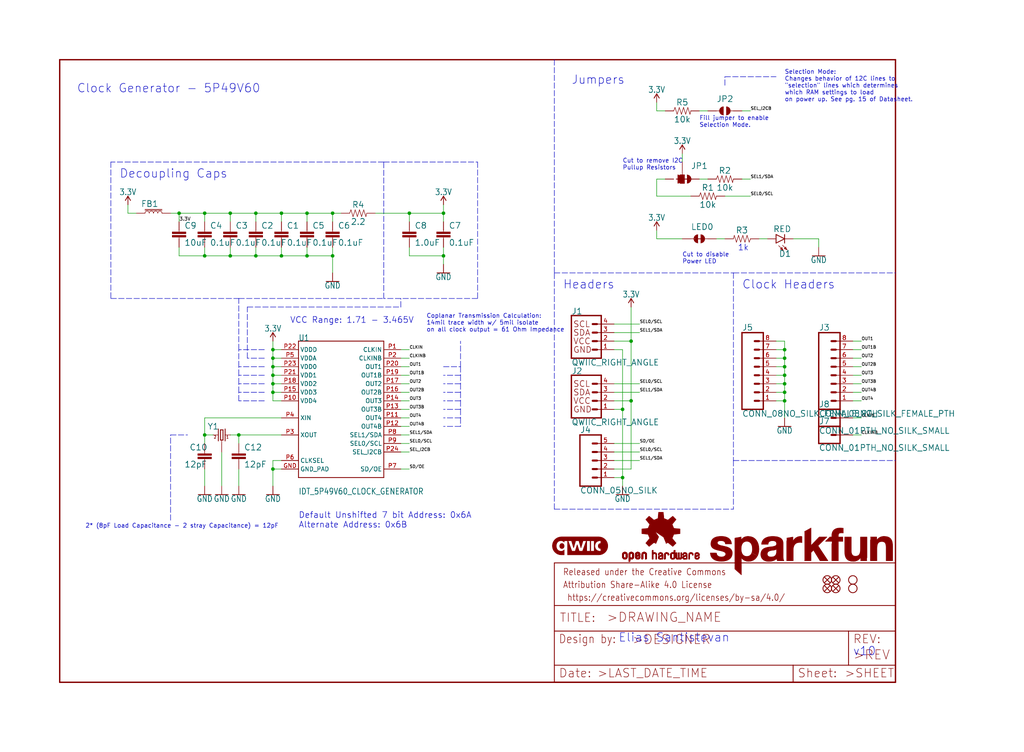
<source format=kicad_sch>
(kicad_sch (version 20211123) (generator eeschema)
  (paper "User" 304.978 223.926)
  (lib_symbols
    (symbol "eagleSchem-eagle-import:0.1UF-0402-16V-10%"
      (property "Reference" "C" (at 1.524 2.921 0))
      (property "Value" "0.1UF-0402-16V-10%" (at 1.524 -2.159 0))
      (symbol "0.1UF-0402-16V-10%_1_0"
        (pin passive line (at 0 5.08 270) (length 2.54) (name "1") (number "1"))
        (pin passive line (at 0 -2.54 90) (length 2.54) (name "2") (number "2"))
      )
    )
    (symbol "eagleSchem-eagle-import:1.0UF-0402-16V-10%"
      (property "Reference" "C" (at 1.524 2.921 0))
      (property "Value" "1.0UF-0402-16V-10%" (at 1.524 -2.159 0))
      (symbol "1.0UF-0402-16V-10%_1_0"
        (pin passive line (at 0 5.08 270) (length 2.54) (name "1") (number "1"))
        (pin passive line (at 0 -2.54 90) (length 2.54) (name "2") (number "2"))
      )
    )
    (symbol "eagleSchem-eagle-import:10KOHM-0402-1{slash}16W-1%"
      (property "Reference" "R" (at 0 1.524 0))
      (property "Value" "10KOHM-0402-1{slash}16W-1%" (at 0 -1.524 0))
      (symbol "10KOHM-0402-1{slash}16W-1%_1_0"
        (pin passive line (at -5.08 0 0) (length 2.54) (name "1") (number "1"))
        (pin passive line (at 5.08 0 180) (length 2.54) (name "2") (number "2"))
      )
    )
    (symbol "eagleSchem-eagle-import:10UF-0603-6.3V-20%"
      (property "Reference" "C" (at 1.524 2.921 0))
      (property "Value" "10UF-0603-6.3V-20%" (at 1.524 -2.159 0))
      (symbol "10UF-0603-6.3V-20%_1_0"
        (pin passive line (at 0 5.08 270) (length 2.54) (name "1") (number "1"))
        (pin passive line (at 0 -2.54 90) (length 2.54) (name "2") (number "2"))
      )
    )
    (symbol "eagleSchem-eagle-import:12PF-0402-50V-5%"
      (property "Reference" "C" (at 1.524 2.921 0))
      (property "Value" "12PF-0402-50V-5%" (at 1.524 -2.159 0))
      (symbol "12PF-0402-50V-5%_1_0"
        (pin passive line (at 0 5.08 270) (length 2.54) (name "1") (number "1"))
        (pin passive line (at 0 -2.54 90) (length 2.54) (name "2") (number "2"))
      )
    )
    (symbol "eagleSchem-eagle-import:1KOHM-0402-1{slash}16W-1%"
      (property "Reference" "R" (at 0 1.524 0))
      (property "Value" "1KOHM-0402-1{slash}16W-1%" (at 0 -1.524 0))
      (symbol "1KOHM-0402-1{slash}16W-1%_1_0"
        (pin passive line (at -5.08 0 0) (length 2.54) (name "1") (number "1"))
        (pin passive line (at 5.08 0 180) (length 2.54) (name "2") (number "2"))
      )
    )
    (symbol "eagleSchem-eagle-import:2.2OHM-0603-1{slash}10W-5%"
      (property "Reference" "R" (at 0 1.524 0))
      (property "Value" "2.2OHM-0603-1{slash}10W-5%" (at 0 -1.524 0))
      (symbol "2.2OHM-0603-1{slash}10W-5%_1_0"
        (pin passive line (at -5.08 0 0) (length 2.54) (name "1") (number "1"))
        (pin passive line (at 5.08 0 180) (length 2.54) (name "2") (number "2"))
      )
    )
    (symbol "eagleSchem-eagle-import:3.3V" (power)
      (property "Value" "3.3V" (at 0 2.794 0))
      (symbol "3.3V_1_0"
        (pin power_in line (at 0 0 90) (length 2.54) (name "3.3V") (number "1"))
      )
    )
    (symbol "eagleSchem-eagle-import:CONN_01PTH_NO_SILK_SMALL"
      (property "Reference" "J" (at -2.54 3.048 0))
      (property "Value" "CONN_01PTH_NO_SILK_SMALL" (at -2.54 -4.826 0))
      (symbol "CONN_01PTH_NO_SILK_SMALL_1_0"
        (pin passive line (at 7.62 0 180) (length 5.08) (name "1") (number "P$1"))
      )
    )
    (symbol "eagleSchem-eagle-import:CONN_05NO_SILK"
      (property "Reference" "J" (at -2.54 8.128 0))
      (property "Value" "CONN_05NO_SILK" (at -2.54 -9.906 0))
      (symbol "CONN_05NO_SILK_1_0"
        (pin passive line (at 7.62 -5.08 180) (length 5.08) (name "1") (number "1"))
        (pin passive line (at 7.62 -2.54 180) (length 5.08) (name "2") (number "2"))
        (pin passive line (at 7.62 0 180) (length 5.08) (name "3") (number "3"))
        (pin passive line (at 7.62 2.54 180) (length 5.08) (name "4") (number "4"))
        (pin passive line (at 7.62 5.08 180) (length 5.08) (name "5") (number "5"))
      )
    )
    (symbol "eagleSchem-eagle-import:CONN_08NO_SILK_FEMALE_PTH"
      (property "Reference" "J" (at -5.08 13.208 0))
      (property "Value" "CONN_08NO_SILK_FEMALE_PTH" (at -5.08 -12.446 0))
      (symbol "CONN_08NO_SILK_FEMALE_PTH_1_0"
        (pin passive line (at 5.08 -7.62 180) (length 5.08) (name "1") (number "1"))
        (pin passive line (at 5.08 -5.08 180) (length 5.08) (name "2") (number "2"))
        (pin passive line (at 5.08 -2.54 180) (length 5.08) (name "3") (number "3"))
        (pin passive line (at 5.08 0 180) (length 5.08) (name "4") (number "4"))
        (pin passive line (at 5.08 2.54 180) (length 5.08) (name "5") (number "5"))
        (pin passive line (at 5.08 5.08 180) (length 5.08) (name "6") (number "6"))
        (pin passive line (at 5.08 7.62 180) (length 5.08) (name "7") (number "7"))
        (pin passive line (at 5.08 10.16 180) (length 5.08) (name "8") (number "8"))
      )
    )
    (symbol "eagleSchem-eagle-import:CRYSTAL-16MHZ_SMALL"
      (property "Reference" "Y" (at -1.27 -1.524 0))
      (property "Value" "CRYSTAL-16MHZ_SMALL" (at 1.524 -1.524 0))
      (symbol "CRYSTAL-16MHZ_SMALL_1_0"
        (text "1" (at -2.159 -1.143 0) (effects (font (size 0.8636 0.734)) (justify left bottom)))
        (text "2" (at 1.524 -1.143 0) (effects (font (size 0.8636 0.734)) (justify left bottom)))
        (pin passive line (at -2.54 0 0) (length 0) (name "1") (number "P1"))
        (pin power_in line (at 0 -5.08 90) (length 2.54) (name "GND") (number "P2"))
        (pin passive line (at 2.54 0 180) (length 0) (name "2") (number "P3"))
        (pin power_in line (at 0 -5.08 90) (length 2.54) (name "GND") (number "P4"))
      )
    )
    (symbol "eagleSchem-eagle-import:FERRITE_BEAD-120_OHM-0402"
      (property "Reference" "FB" (at 1.27 2.54 0))
      (property "Value" "FERRITE_BEAD-120_OHM-0402" (at 1.27 -2.54 0))
      (symbol "FERRITE_BEAD-120_OHM-0402_1_0"
        (pin passive line (at 0 5.08 270) (length 2.54) (name "1") (number "1"))
        (pin passive line (at 0 -5.08 90) (length 2.54) (name "2") (number "2"))
      )
    )
    (symbol "eagleSchem-eagle-import:FIDUCIALUFIDUCIAL")
    (symbol "eagleSchem-eagle-import:FRAME-LETTER"
      (symbol "FRAME-LETTER_2_0"
        (text " https://creativecommons.org/licenses/by-sa/4.0/" (at 2.54 24.13 0) (effects (font (size 1.9304 1.6408)) (justify left bottom)))
        (text ">DESIGNER" (at 23.114 11.176 0) (effects (font (size 2.7432 2.7432)) (justify left bottom)))
        (text ">DRAWING_NAME" (at 15.494 17.78 0) (effects (font (size 2.7432 2.7432)) (justify left bottom)))
        (text ">LAST_DATE_TIME" (at 12.7 1.27 0) (effects (font (size 2.54 2.54)) (justify left bottom)))
        (text ">REV" (at 88.9 6.604 0) (effects (font (size 2.7432 2.7432)) (justify left bottom)))
        (text ">SHEET" (at 86.36 1.27 0) (effects (font (size 2.54 2.54)) (justify left bottom)))
        (text "Attribution Share-Alike 4.0 License" (at 2.54 27.94 0) (effects (font (size 1.9304 1.6408)) (justify left bottom)))
        (text "Date:" (at 1.27 1.27 0) (effects (font (size 2.54 2.54)) (justify left bottom)))
        (text "Design by:" (at 1.27 11.43 0) (effects (font (size 2.54 2.159)) (justify left bottom)))
        (text "Released under the Creative Commons" (at 2.54 31.75 0) (effects (font (size 1.9304 1.6408)) (justify left bottom)))
        (text "REV:" (at 88.9 11.43 0) (effects (font (size 2.54 2.54)) (justify left bottom)))
        (text "Sheet:" (at 72.39 1.27 0) (effects (font (size 2.54 2.54)) (justify left bottom)))
        (text "TITLE:" (at 1.524 17.78 0) (effects (font (size 2.54 2.54)) (justify left bottom)))
      )
    )
    (symbol "eagleSchem-eagle-import:GND" (power)
      (property "Value" "GND" (at 0 -0.254 0))
      (symbol "GND_1_0"
        (pin power_in line (at 0 2.54 270) (length 2.54) (name "GND") (number "1"))
      )
    )
    (symbol "eagleSchem-eagle-import:IDT_5P49V60_CLOCK_GENERATOR"
      (property "Reference" "U" (at -12.7 22.86 0))
      (property "Value" "IDT_5P49V60_CLOCK_GENERATOR" (at -12.7 -25.4 0))
      (symbol "IDT_5P49V60_CLOCK_GENERATOR_1_0"
        (pin power_in line (at -17.78 -17.78 0) (length 5.08) (name "GND_PAD") (number "GND"))
        (pin bidirectional line (at 17.78 17.78 180) (length 5.08) (name "CLKIN") (number "P1"))
        (pin power_in line (at -17.78 2.54 0) (length 5.08) (name "VDD4") (number "P10"))
        (pin bidirectional line (at 17.78 -2.54 180) (length 5.08) (name "OUT4") (number "P11"))
        (pin bidirectional line (at 17.78 -5.08 180) (length 5.08) (name "OUT4B") (number "P12"))
        (pin bidirectional line (at 17.78 0 180) (length 5.08) (name "OUT3B") (number "P13"))
        (pin bidirectional line (at 17.78 2.54 180) (length 5.08) (name "OUT3") (number "P14"))
        (pin power_in line (at -17.78 5.08 0) (length 5.08) (name "VDD3") (number "P15"))
        (pin bidirectional line (at 17.78 5.08 180) (length 5.08) (name "OUT2B") (number "P16"))
        (pin bidirectional line (at 17.78 7.62 180) (length 5.08) (name "OUT2") (number "P17"))
        (pin power_in line (at -17.78 7.62 0) (length 5.08) (name "VDD2") (number "P18"))
        (pin bidirectional line (at 17.78 10.16 180) (length 5.08) (name "OUT1B") (number "P19"))
        (pin power_in line (at 17.78 15.24 180) (length 5.08) (name "CLKINB") (number "P2"))
        (pin bidirectional line (at 17.78 12.7 180) (length 5.08) (name "OUT1") (number "P20"))
        (pin power_in line (at -17.78 10.16 0) (length 5.08) (name "VDD1") (number "P21"))
        (pin power_in line (at -17.78 17.78 0) (length 5.08) (name "VDDD") (number "P22"))
        (pin power_in line (at -17.78 12.7 0) (length 5.08) (name "VDD0") (number "P23"))
        (pin power_in line (at 17.78 -12.7 180) (length 5.08) (name "SEL_I2CB") (number "P24"))
        (pin bidirectional line (at -17.78 -7.62 0) (length 5.08) (name "XOUT") (number "P3"))
        (pin bidirectional line (at -17.78 -2.54 0) (length 5.08) (name "XIN") (number "P4"))
        (pin power_in line (at -17.78 15.24 0) (length 5.08) (name "VDDA") (number "P5"))
        (pin power_in line (at -17.78 -15.24 0) (length 5.08) (name "CLKSEL") (number "P6"))
        (pin bidirectional line (at 17.78 -17.78 180) (length 5.08) (name "SD/OE") (number "P7"))
        (pin bidirectional line (at 17.78 -7.62 180) (length 5.08) (name "SEL1/SDA") (number "P8"))
        (pin bidirectional line (at 17.78 -10.16 180) (length 5.08) (name "SEL0/SCL") (number "P9"))
      )
    )
    (symbol "eagleSchem-eagle-import:JUMPER-SMT_2_NC_TRACE_SILK"
      (property "Reference" "JP" (at -2.54 2.54 0))
      (property "Value" "JUMPER-SMT_2_NC_TRACE_SILK" (at -2.54 -2.54 0))
      (symbol "JUMPER-SMT_2_NC_TRACE_SILK_1_0"
        (pin passive line (at -5.08 0 0) (length 2.54) (name "1") (number "1"))
        (pin passive line (at 5.08 0 180) (length 2.54) (name "2") (number "2"))
      )
    )
    (symbol "eagleSchem-eagle-import:JUMPER-SMT_2_NO_SILK"
      (property "Reference" "JP" (at -2.54 2.54 0))
      (property "Value" "JUMPER-SMT_2_NO_SILK" (at -2.54 -2.54 0))
      (symbol "JUMPER-SMT_2_NO_SILK_1_0"
        (pin passive line (at -5.08 0 0) (length 2.54) (name "1") (number "1"))
        (pin passive line (at 5.08 0 180) (length 2.54) (name "2") (number "2"))
      )
    )
    (symbol "eagleSchem-eagle-import:JUMPER-SMT_3_2-NC_TRACE_SILK"
      (property "Reference" "JP" (at 2.54 0.381 0))
      (property "Value" "JUMPER-SMT_3_2-NC_TRACE_SILK" (at 2.54 -0.381 0))
      (symbol "JUMPER-SMT_3_2-NC_TRACE_SILK_1_0"
        (pin passive line (at 0 5.08 270) (length 2.54) (name "1") (number "1"))
        (pin passive line (at -5.08 0 0) (length 2.54) (name "2") (number "2"))
        (pin passive line (at 0 -5.08 90) (length 2.54) (name "3") (number "3"))
      )
    )
    (symbol "eagleSchem-eagle-import:LED-RED0603"
      (property "Reference" "D" (at -3.429 -4.572 90))
      (property "Value" "LED-RED0603" (at 1.905 -4.572 90))
      (symbol "LED-RED0603_1_0"
        (pin passive line (at 0 2.54 270) (length 2.54) (name "A") (number "A"))
        (pin passive line (at 0 -5.08 90) (length 2.54) (name "C") (number "C"))
      )
    )
    (symbol "eagleSchem-eagle-import:OSHW-LOGOS")
    (symbol "eagleSchem-eagle-import:QWIIC_CONNECTORJS-1MM"
      (property "Reference" "J" (at -5.08 7.874 0))
      (property "Value" "QWIIC_CONNECTORJS-1MM" (at -5.08 -5.334 0))
      (symbol "QWIIC_CONNECTORJS-1MM_1_0"
        (text "GND" (at -4.572 -2.54 0) (effects (font (size 1.778 1.778)) (justify left)))
        (text "SCL" (at -4.572 5.08 0) (effects (font (size 1.778 1.778)) (justify left)))
        (text "SDA" (at -4.572 2.54 0) (effects (font (size 1.778 1.778)) (justify left)))
        (text "VCC" (at -4.572 0 0) (effects (font (size 1.778 1.778)) (justify left)))
        (pin power_in line (at 7.62 -2.54 180) (length 5.08) (name "1") (number "1"))
        (pin power_in line (at 7.62 0 180) (length 5.08) (name "2") (number "2"))
        (pin passive line (at 7.62 2.54 180) (length 5.08) (name "3") (number "3"))
        (pin passive line (at 7.62 5.08 180) (length 5.08) (name "4") (number "4"))
      )
    )
    (symbol "eagleSchem-eagle-import:QWIIC_LOGO_4MM")
    (symbol "eagleSchem-eagle-import:SFE_LOGO_NAME.1_INCH")
    (symbol "eagleSchem-eagle-import:STAND-OFFTIGHT")
  )
  (junction (at 81.28 116.84))
  (junction (at 81.28 106.68))
  (junction (at 233.68 104.14))
  (junction (at 99.06 63.5))
  (junction (at 81.28 114.3))
  (junction (at 60.96 76.2))
  (junction (at 185.42 121.92))
  (junction (at 60.96 63.5))
  (junction (at 53.34 63.5))
  (junction (at 185.42 142.24))
  (junction (at 81.28 109.22))
  (junction (at 83.82 63.5))
  (junction (at 132.08 76.2))
  (junction (at 71.12 129.54))
  (junction (at 81.28 104.14))
  (junction (at 68.58 63.5))
  (junction (at 91.44 76.2))
  (junction (at 233.68 111.76))
  (junction (at 81.28 139.7))
  (junction (at 233.68 116.84))
  (junction (at 233.68 109.22))
  (junction (at 83.82 76.2))
  (junction (at 233.68 106.68))
  (junction (at 233.68 119.38))
  (junction (at 187.96 101.6))
  (junction (at 233.68 114.3))
  (junction (at 121.92 63.5))
  (junction (at 76.2 76.2))
  (junction (at 81.28 111.76))
  (junction (at 60.96 129.54))
  (junction (at 132.08 63.5))
  (junction (at 68.58 76.2))
  (junction (at 187.96 119.38))
  (junction (at 99.06 76.2))
  (junction (at 91.44 63.5))
  (junction (at 76.2 63.5))
  (wire (pts (xy 83.82 111.76) (xy 81.28 111.76)))
  (wire (pts (xy 254 116.84) (xy 256.54 116.84)))
  (wire (pts (xy 83.82 114.3) (xy 81.28 114.3)))
  (polyline (pts (xy 33.02 48.26) (xy 33.02 88.9)))
  (wire (pts (xy 81.28 111.76) (xy 81.28 109.22)))
  (wire (pts (xy 38.1 63.5) (xy 38.1 60.96)))
  (wire (pts (xy 182.88 137.16) (xy 190.5 137.16)))
  (wire (pts (xy 121.92 66.04) (xy 121.92 63.5)))
  (polyline (pts (xy 78.74 119.38) (xy 71.12 119.38)))
  (wire (pts (xy 205.74 58.42) (xy 195.58 58.42)))
  (wire (pts (xy 132.08 76.2) (xy 132.08 78.74)))
  (wire (pts (xy 119.38 114.3) (xy 121.92 114.3)))
  (polyline (pts (xy 78.74 109.22) (xy 71.12 109.22)))
  (polyline (pts (xy 137.16 114.3) (xy 132.08 114.3)))
  (polyline (pts (xy 137.16 111.76) (xy 137.16 114.3)))
  (wire (pts (xy 63.5 129.54) (xy 60.96 129.54)))
  (wire (pts (xy 182.88 101.6) (xy 187.96 101.6)))
  (wire (pts (xy 132.08 63.5) (xy 132.08 60.96)))
  (wire (pts (xy 182.88 119.38) (xy 187.96 119.38)))
  (wire (pts (xy 231.14 109.22) (xy 233.68 109.22)))
  (wire (pts (xy 254 106.68) (xy 256.54 106.68)))
  (wire (pts (xy 119.38 129.54) (xy 121.92 129.54)))
  (polyline (pts (xy 142.24 88.9) (xy 114.3 88.9)))
  (wire (pts (xy 256.54 124.46) (xy 254 124.46)))
  (wire (pts (xy 83.82 66.04) (xy 83.82 63.5)))
  (wire (pts (xy 236.22 71.12) (xy 243.84 71.12)))
  (wire (pts (xy 187.96 119.38) (xy 187.96 101.6)))
  (polyline (pts (xy 71.12 119.38) (xy 71.12 116.84)))
  (wire (pts (xy 233.68 109.22) (xy 233.68 111.76)))
  (polyline (pts (xy 215.9 25.4) (xy 215.9 22.86)))
  (wire (pts (xy 256.54 129.54) (xy 254 129.54)))
  (wire (pts (xy 81.28 104.14) (xy 81.28 101.6)))
  (wire (pts (xy 68.58 129.54) (xy 71.12 129.54)))
  (polyline (pts (xy 165.1 151.638) (xy 218.44 151.638)))
  (wire (pts (xy 254 101.6) (xy 256.54 101.6)))
  (polyline (pts (xy 114.3 88.9) (xy 114.3 48.26)))
  (wire (pts (xy 254 114.3) (xy 256.54 114.3)))
  (polyline (pts (xy 73.66 106.68) (xy 73.66 91.44)))
  (wire (pts (xy 119.38 139.7) (xy 121.92 139.7)))
  (polyline (pts (xy 71.12 88.9) (xy 114.3 88.9)))
  (wire (pts (xy 53.34 73.66) (xy 53.34 76.2)))
  (wire (pts (xy 83.82 63.5) (xy 91.44 63.5)))
  (wire (pts (xy 182.88 134.62) (xy 190.5 134.62)))
  (wire (pts (xy 195.58 58.42) (xy 195.58 53.34)))
  (wire (pts (xy 76.2 66.04) (xy 76.2 63.5)))
  (wire (pts (xy 68.58 76.2) (xy 76.2 76.2)))
  (wire (pts (xy 83.82 73.66) (xy 83.82 76.2)))
  (polyline (pts (xy 78.74 104.14) (xy 71.12 104.14)))
  (polyline (pts (xy 137.16 114.3) (xy 137.16 116.84)))
  (polyline (pts (xy 137.16 121.92) (xy 137.16 124.46)))
  (wire (pts (xy 231.14 101.6) (xy 233.68 101.6)))
  (wire (pts (xy 111.76 63.5) (xy 121.92 63.5)))
  (wire (pts (xy 243.84 71.12) (xy 243.84 73.66)))
  (wire (pts (xy 53.34 76.2) (xy 60.96 76.2)))
  (wire (pts (xy 233.68 116.84) (xy 233.68 119.38)))
  (wire (pts (xy 60.96 139.7) (xy 60.96 144.78)))
  (wire (pts (xy 53.34 63.5) (xy 50.8 63.5)))
  (polyline (pts (xy 71.12 111.76) (xy 71.12 109.22)))
  (wire (pts (xy 231.14 111.76) (xy 233.68 111.76)))
  (wire (pts (xy 68.58 63.5) (xy 76.2 63.5)))
  (wire (pts (xy 81.28 137.16) (xy 81.28 139.7)))
  (polyline (pts (xy 165.1 17.78) (xy 165.1 81.28)))
  (polyline (pts (xy 137.16 124.46) (xy 132.08 124.46)))
  (polyline (pts (xy 33.02 88.9) (xy 71.12 88.9)))
  (wire (pts (xy 208.28 33.02) (xy 210.82 33.02)))
  (polyline (pts (xy 119.38 91.44) (xy 119.38 88.9)))
  (wire (pts (xy 53.34 66.04) (xy 53.34 63.5)))
  (wire (pts (xy 182.88 99.06) (xy 190.5 99.06)))
  (wire (pts (xy 215.9 58.42) (xy 223.52 58.42)))
  (wire (pts (xy 66.04 134.62) (xy 66.04 144.78)))
  (wire (pts (xy 81.28 114.3) (xy 81.28 111.76)))
  (wire (pts (xy 195.58 53.34) (xy 198.12 53.34)))
  (wire (pts (xy 119.38 119.38) (xy 121.92 119.38)))
  (wire (pts (xy 182.88 114.3) (xy 190.5 114.3)))
  (wire (pts (xy 198.12 33.02) (xy 195.58 33.02)))
  (polyline (pts (xy 50.8 154.94) (xy 50.8 129.54)))
  (wire (pts (xy 119.38 111.76) (xy 121.92 111.76)))
  (wire (pts (xy 76.2 73.66) (xy 76.2 76.2)))
  (wire (pts (xy 83.82 76.2) (xy 91.44 76.2)))
  (wire (pts (xy 233.68 101.6) (xy 233.68 104.14)))
  (wire (pts (xy 119.38 124.46) (xy 121.92 124.46)))
  (wire (pts (xy 231.14 114.3) (xy 233.68 114.3)))
  (polyline (pts (xy 215.9 22.86) (xy 231.14 22.86)))
  (wire (pts (xy 119.38 121.92) (xy 121.92 121.92)))
  (wire (pts (xy 81.28 116.84) (xy 81.28 114.3)))
  (polyline (pts (xy 137.16 111.76) (xy 132.08 111.76)))
  (wire (pts (xy 254 119.38) (xy 256.54 119.38)))
  (wire (pts (xy 99.06 63.5) (xy 99.06 66.04)))
  (wire (pts (xy 83.82 116.84) (xy 81.28 116.84)))
  (wire (pts (xy 121.92 73.66) (xy 121.92 76.2)))
  (polyline (pts (xy 218.44 81.28) (xy 218.44 137.16)))
  (polyline (pts (xy 137.16 121.92) (xy 132.08 121.92)))
  (wire (pts (xy 60.96 129.54) (xy 60.96 124.46)))
  (wire (pts (xy 60.96 66.04) (xy 60.96 63.5)))
  (wire (pts (xy 99.06 76.2) (xy 99.06 73.66)))
  (wire (pts (xy 91.44 63.5) (xy 99.06 63.5)))
  (wire (pts (xy 182.88 142.24) (xy 185.42 142.24)))
  (polyline (pts (xy 71.12 109.22) (xy 71.12 104.14)))
  (wire (pts (xy 83.82 124.46) (xy 60.96 124.46)))
  (wire (pts (xy 99.06 76.2) (xy 99.06 81.28)))
  (polyline (pts (xy 137.16 116.84) (xy 137.16 119.38)))
  (wire (pts (xy 121.92 63.5) (xy 132.08 63.5)))
  (wire (pts (xy 254 104.14) (xy 256.54 104.14)))
  (wire (pts (xy 60.96 73.66) (xy 60.96 76.2)))
  (wire (pts (xy 81.28 139.7) (xy 81.28 144.78)))
  (wire (pts (xy 254 109.22) (xy 256.54 109.22)))
  (wire (pts (xy 53.34 63.5) (xy 60.96 63.5)))
  (wire (pts (xy 119.38 127) (xy 121.92 127)))
  (polyline (pts (xy 137.16 119.38) (xy 137.16 121.92)))
  (wire (pts (xy 208.28 53.34) (xy 210.82 53.34)))
  (wire (pts (xy 203.2 45.72) (xy 203.2 48.26)))
  (wire (pts (xy 119.38 134.62) (xy 121.92 134.62)))
  (polyline (pts (xy 71.12 116.84) (xy 71.12 114.3)))
  (polyline (pts (xy 142.24 48.26) (xy 142.24 88.9)))
  (wire (pts (xy 76.2 63.5) (xy 83.82 63.5)))
  (wire (pts (xy 83.82 129.54) (xy 71.12 129.54)))
  (wire (pts (xy 132.08 76.2) (xy 132.08 73.66)))
  (wire (pts (xy 119.38 132.08) (xy 121.92 132.08)))
  (wire (pts (xy 233.68 119.38) (xy 233.68 124.46)))
  (polyline (pts (xy 114.3 48.26) (xy 142.24 48.26)))
  (wire (pts (xy 121.92 76.2) (xy 132.08 76.2)))
  (polyline (pts (xy 165.1 81.28) (xy 218.44 81.28)))
  (polyline (pts (xy 50.8 129.54) (xy 55.88 129.54)))
  (polyline (pts (xy 137.16 127) (xy 132.08 127)))
  (polyline (pts (xy 137.16 109.22) (xy 137.16 101.6)))
  (wire (pts (xy 83.82 119.38) (xy 81.28 119.38)))
  (wire (pts (xy 231.14 106.68) (xy 233.68 106.68)))
  (polyline (pts (xy 78.74 116.84) (xy 71.12 116.84)))
  (wire (pts (xy 71.12 132.08) (xy 71.12 129.54)))
  (polyline (pts (xy 78.74 111.76) (xy 71.12 111.76)))
  (wire (pts (xy 187.96 101.6) (xy 187.96 91.44)))
  (wire (pts (xy 71.12 139.7) (xy 71.12 144.78)))
  (wire (pts (xy 233.68 106.68) (xy 233.68 109.22)))
  (polyline (pts (xy 165.1 151.638) (xy 165.1 81.28)))
  (polyline (pts (xy 114.3 48.26) (xy 33.02 48.26)))
  (wire (pts (xy 254 111.76) (xy 256.54 111.76)))
  (wire (pts (xy 99.06 63.5) (xy 101.6 63.5)))
  (wire (pts (xy 185.42 104.14) (xy 185.42 121.92)))
  (wire (pts (xy 119.38 106.68) (xy 121.92 106.68)))
  (wire (pts (xy 83.82 139.7) (xy 81.28 139.7)))
  (polyline (pts (xy 78.74 106.68) (xy 73.66 106.68)))
  (wire (pts (xy 182.88 116.84) (xy 190.5 116.84)))
  (polyline (pts (xy 218.44 137.16) (xy 266.7 137.16)))
  (polyline (pts (xy 71.12 104.14) (xy 71.12 88.9)))
  (wire (pts (xy 182.88 96.52) (xy 190.5 96.52)))
  (polyline (pts (xy 137.16 119.38) (xy 132.08 119.38)))
  (wire (pts (xy 185.42 142.24) (xy 185.42 144.78)))
  (wire (pts (xy 185.42 121.92) (xy 185.42 142.24)))
  (wire (pts (xy 187.96 139.7) (xy 187.96 119.38)))
  (wire (pts (xy 68.58 66.04) (xy 68.58 63.5)))
  (wire (pts (xy 119.38 104.14) (xy 121.92 104.14)))
  (wire (pts (xy 60.96 63.5) (xy 68.58 63.5)))
  (wire (pts (xy 226.06 71.12) (xy 228.6 71.12)))
  (wire (pts (xy 231.14 104.14) (xy 233.68 104.14)))
  (wire (pts (xy 60.96 76.2) (xy 68.58 76.2)))
  (polyline (pts (xy 132.08 109.22) (xy 137.16 109.22)))
  (wire (pts (xy 220.98 53.34) (xy 223.52 53.34)))
  (wire (pts (xy 81.28 106.68) (xy 81.28 104.14)))
  (wire (pts (xy 195.58 71.12) (xy 195.58 68.58)))
  (wire (pts (xy 233.68 111.76) (xy 233.68 114.3)))
  (wire (pts (xy 182.88 121.92) (xy 185.42 121.92)))
  (polyline (pts (xy 73.66 91.44) (xy 119.38 91.44)))
  (wire (pts (xy 91.44 73.66) (xy 91.44 76.2)))
  (wire (pts (xy 119.38 116.84) (xy 121.92 116.84)))
  (wire (pts (xy 91.44 76.2) (xy 99.06 76.2)))
  (wire (pts (xy 203.2 71.12) (xy 195.58 71.12)))
  (polyline (pts (xy 137.16 109.22) (xy 137.16 111.76)))
  (wire (pts (xy 233.68 114.3) (xy 233.68 116.84)))
  (wire (pts (xy 83.82 106.68) (xy 81.28 106.68)))
  (wire (pts (xy 81.28 109.22) (xy 81.28 106.68)))
  (wire (pts (xy 119.38 109.22) (xy 121.92 109.22)))
  (polyline (pts (xy 218.44 137.16) (xy 218.44 151.638)))
  (wire (pts (xy 83.82 104.14) (xy 81.28 104.14)))
  (wire (pts (xy 182.88 139.7) (xy 187.96 139.7)))
  (wire (pts (xy 195.58 33.02) (xy 195.58 30.48)))
  (wire (pts (xy 68.58 73.66) (xy 68.58 76.2)))
  (polyline (pts (xy 137.16 124.46) (xy 137.16 127)))
  (wire (pts (xy 182.88 132.08) (xy 190.5 132.08)))
  (wire (pts (xy 91.44 66.04) (xy 91.44 63.5)))
  (polyline (pts (xy 137.16 116.84) (xy 132.08 116.84)))
  (wire (pts (xy 231.14 116.84) (xy 233.68 116.84)))
  (wire (pts (xy 233.68 104.14) (xy 233.68 106.68)))
  (wire (pts (xy 231.14 119.38) (xy 233.68 119.38)))
  (wire (pts (xy 220.98 33.02) (xy 223.52 33.02)))
  (wire (pts (xy 215.9 71.12) (xy 213.36 71.12)))
  (wire (pts (xy 81.28 119.38) (xy 81.28 116.84)))
  (polyline (pts (xy 71.12 114.3) (xy 71.12 111.76)))
  (wire (pts (xy 83.82 109.22) (xy 81.28 109.22)))
  (wire (pts (xy 76.2 76.2) (xy 83.82 76.2)))
  (wire (pts (xy 132.08 63.5) (xy 132.08 66.04)))
  (wire (pts (xy 60.96 132.08) (xy 60.96 129.54)))
  (wire (pts (xy 40.64 63.5) (xy 38.1 63.5)))
  (polyline (pts (xy 78.74 114.3) (xy 71.12 114.3)))
  (wire (pts (xy 83.82 137.16) (xy 81.28 137.16)))
  (polyline (pts (xy 218.44 81.28) (xy 266.7 81.28)))
  (wire (pts (xy 182.88 104.14) (xy 185.42 104.14)))
  (text "Fill jumper to enable\nSelection Mode." (at 208.28 38.1 180) (effects (font (size 1.27 1.27)) (justify left bottom)))
  (text "Decoupling Caps" (at 35.56 53.34 180) (effects (font (size 2.54 2.54)) (justify left bottom)))
  (text "Elias Santistevan" (at 184.15 191.516 180) (effects (font (size 2.54 2.54)) (justify left bottom)))
  (text "Clock Generator - 5P49V60" (at 22.86 27.94 180) (effects (font (size 2.54 2.54)) (justify left bottom)))
  (text "Default Unshifted 7 bit Address: 0x6A\nAlternate Address: 0x6B" (at 88.9 157.48 0) (effects (font (size 1.778 1.778)) (justify left bottom)))
  (text "v10" (at 254 195.58 180) (effects (font (size 2.54 2.54)) (justify left bottom)))
  (text "Headers" (at 167.64 86.36 180) (effects (font (size 2.54 2.54)) (justify left bottom)))
  (text "Selection Mode:\nChanges behavior of 12C lines to\n\"selection\" lines which determines\nwhich RAM settings to load\non power up. See pg. 15 of Datasheet." (at 233.68 30.48 0) (effects (font (size 1.27 1.27)) (justify left bottom)))
  (text "Coplanar Transmission Calculation:\n14mil trace width w/ 5mil isolate\non all clock output = 61 Ohm Impedance" (at 127 99.06 0) (effects (font (size 1.27 1.27)) (justify left bottom)))
  (text "1k" (at 219.71 74.93 180) (effects (font (size 1.778 1.778)) (justify left bottom)))
  (text "Cut to disable\nPower LED" (at 203.2 78.74 180) (effects (font (size 1.27 1.27)) (justify left bottom)))
  (text "Clock Headers" (at 220.98 86.36 180) (effects (font (size 2.54 2.54)) (justify left bottom)))
  (text "Cut to remove I2C\nPullup Resistors" (at 185.42 50.8 180) (effects (font (size 1.27 1.27)) (justify left bottom)))
  (text "VCC Range: 1.71 - 3.465V" (at 86.36 96.52 180) (effects (font (size 1.778 1.778)) (justify left bottom)))
  (text "2* (8pF Load Capacitance - 2 stray Capacitance) = 12pF" (at 25.4 157.48 0) (effects (font (size 1.27 1.27)) (justify left bottom)))
  (text "Jumpers" (at 170.18 25.4 180) (effects (font (size 2.54 2.54)) (justify left bottom)))
  (label "CLKINB" (at 121.92 106.68 0) (effects (font (size 0.889 0.889))))
  (label "OUT1" (at 121.92 109.22 0) (effects (font (size 0.889 0.889))))
  (label "SEL0/SCL" (at 121.92 132.08 0) (effects (font (size 0.889 0.889))))
  (label "CLKIN" (at 256.54 124.46 0) (effects (font (size 0.889 0.889))))
  (label "OUT1" (at 256.54 101.6 0) (effects (font (size 0.889 0.889))))
  (label "OUT2B" (at 121.92 116.84 0) (effects (font (size 0.889 0.889))))
  (label "3.3V" (at 53.34 66.04 0) (effects (font (size 1.016 1.016))))
  (label "OUT4B" (at 256.54 116.84 0) (effects (font (size 0.889 0.889))))
  (label "OUT2" (at 121.92 114.3 0) (effects (font (size 0.889 0.889))))
  (label "SEL1/SDA" (at 121.92 129.54 0) (effects (font (size 0.889 0.889))))
  (label "OUT3B" (at 121.92 121.92 0) (effects (font (size 0.889 0.889))))
  (label "OUT3" (at 256.54 111.76 0) (effects (font (size 0.889 0.889))))
  (label "SEL1/SDA" (at 190.5 99.06 0) (effects (font (size 0.889 0.889))))
  (label "OUT1B" (at 121.92 111.76 0) (effects (font (size 0.889 0.889))))
  (label "OUT4B" (at 121.92 127 0) (effects (font (size 0.889 0.889))))
  (label "OUT4" (at 121.92 124.46 0) (effects (font (size 0.889 0.889))))
  (label "SEL1/SDA" (at 190.5 137.16 0) (effects (font (size 0.889 0.889))))
  (label "OUT3B" (at 256.54 114.3 0) (effects (font (size 0.889 0.889))))
  (label "OUT3" (at 121.92 119.38 0) (effects (font (size 0.889 0.889))))
  (label "CLKIN" (at 121.92 104.14 0) (effects (font (size 0.889 0.889))))
  (label "SEL1/SDA" (at 223.52 53.34 0) (effects (font (size 0.889 0.889))))
  (label "OUT1B" (at 256.54 104.14 0) (effects (font (size 0.889 0.889))))
  (label "SEL_I2CB" (at 223.52 33.02 0) (effects (font (size 0.889 0.889))))
  (label "OUT2" (at 256.54 106.68 0) (effects (font (size 0.889 0.889))))
  (label "OUT4" (at 256.54 119.38 0) (effects (font (size 0.889 0.889))))
  (label "SEL0/SCL" (at 223.52 58.42 0) (effects (font (size 0.889 0.889))))
  (label "OUT2B" (at 256.54 109.22 0) (effects (font (size 0.889 0.889))))
  (label "SD/OE" (at 121.92 139.7 0) (effects (font (size 0.889 0.889))))
  (label "SEL1/SDA" (at 190.5 116.84 0) (effects (font (size 0.889 0.889))))
  (label "SD/OE" (at 190.5 132.08 0) (effects (font (size 0.889 0.889))))
  (label "SEL0/SCL" (at 190.5 114.3 0) (effects (font (size 0.889 0.889))))
  (label "SEL_I2CB" (at 121.92 134.62 0) (effects (font (size 0.889 0.889))))
  (label "CLKINB" (at 256.54 129.54 0) (effects (font (size 0.889 0.889))))
  (label "SEL0/SCL" (at 190.5 134.62 0) (effects (font (size 0.889 0.889))))
  (label "SEL0/SCL" (at 190.5 96.52 0) (effects (font (size 0.889 0.889))))
  (symbol (lib_id "eagleSchem-eagle-import:CRYSTAL-16MHZ_SMALL") (at 66.04 129.54 0) (mirror y) (unit 1)
    (property "Reference" "Y1" (at 61.722 125.984 0) (effects (font (size 1.778 1.778)) (justify right top)))
    (property "Value" "16MHz" (effects hide))
    (property "Footprint" "eagleSchem:CRYSTAL-SMD-2X2.5MM" (effects hide))
  )
  (symbol (lib_id "eagleSchem-eagle-import:GND") (at 81.28 147.32 0) (unit 1)
    (property "Reference" "#GND1" (effects hide))
    (property "Value" "GND" (at 81.28 147.574 0) (effects (font (size 1.778 1.5113)) (justify top)))
    (property "Footprint" "eagleSchem:" (effects hide))
  )
  (symbol (lib_id "eagleSchem-eagle-import:FRAME-LETTER") (at 165.1 203.2 0) (unit 2)
    (property "Reference" "FRAME1" (effects hide))
    (property "Value" "FRAME-LETTER" (effects hide))
    (property "Footprint" "eagleSchem:CREATIVE_COMMONS" (effects hide))
  )
  (symbol (lib_id "eagleSchem-eagle-import:GND") (at 71.12 147.32 0) (unit 1)
    (property "Reference" "#GND6" (effects hide))
    (property "Value" "GND" (at 71.12 147.574 0) (effects (font (size 1.778 1.5113)) (justify top)))
    (property "Footprint" "eagleSchem:" (effects hide))
  )
  (symbol (lib_id "eagleSchem-eagle-import:QWIIC_CONNECTORJS-1MM") (at 175.26 119.38 0) (unit 1)
    (property "Reference" "J2" (at 170.18 111.506 0) (effects (font (size 1.778 1.778)) (justify left bottom)))
    (property "Value" "QWIIC_RIGHT_ANGLE" (at 170.18 124.714 0) (effects (font (size 1.778 1.778)) (justify left top)))
    (property "Footprint" "eagleSchem:JST04_1MM_RA" (effects hide))
  )
  (symbol (lib_id "eagleSchem-eagle-import:QWIIC_LOGO_4MM") (at 172.72 162.56 0) (unit 1)
    (property "Reference" "LOGO3" (effects hide))
    (property "Value" "QWIIC_LOGO_4MM" (effects hide))
    (property "Footprint" "eagleSchem:QWIIC_4MM" (effects hide))
  )
  (symbol (lib_id "eagleSchem-eagle-import:QWIIC_CONNECTORJS-1MM") (at 175.26 101.6 0) (unit 1)
    (property "Reference" "J1" (at 170.18 93.726 0) (effects (font (size 1.778 1.778)) (justify left bottom)))
    (property "Value" "QWIIC_RIGHT_ANGLE" (at 170.18 106.934 0) (effects (font (size 1.778 1.778)) (justify left top)))
    (property "Footprint" "eagleSchem:JST04_1MM_RA" (effects hide))
  )
  (symbol (lib_id "eagleSchem-eagle-import:3.3V") (at 38.1 60.96 0) (unit 1)
    (property "Reference" "#SUPPLY4" (effects hide))
    (property "Value" "3.3V" (at 38.1 58.166 0) (effects (font (size 1.778 1.5113)) (justify bottom)))
    (property "Footprint" "eagleSchem:" (effects hide))
  )
  (symbol (lib_id "eagleSchem-eagle-import:10KOHM-0402-1{slash}16W-1%") (at 210.82 58.42 0) (unit 1)
    (property "Reference" "R1" (at 210.82 56.896 0) (effects (font (size 1.778 1.778)) (justify bottom)))
    (property "Value" "10k" (at 210.82 59.944 0) (effects (font (size 1.778 1.778)) (justify top)))
    (property "Footprint" "eagleSchem:0402" (effects hide))
  )
  (symbol (lib_id "eagleSchem-eagle-import:3.3V") (at 81.28 101.6 0) (unit 1)
    (property "Reference" "#SUPPLY1" (effects hide))
    (property "Value" "3.3V" (at 81.28 98.806 0) (effects (font (size 1.778 1.5113)) (justify bottom)))
    (property "Footprint" "eagleSchem:" (effects hide))
  )
  (symbol (lib_id "eagleSchem-eagle-import:3.3V") (at 187.96 91.44 0) (unit 1)
    (property "Reference" "#SUPPLY2" (effects hide))
    (property "Value" "3.3V" (at 187.96 88.646 0) (effects (font (size 1.778 1.5113)) (justify bottom)))
    (property "Footprint" "eagleSchem:" (effects hide))
  )
  (symbol (lib_id "eagleSchem-eagle-import:0.1UF-0402-16V-10%") (at 132.08 71.12 0) (unit 1)
    (property "Reference" "C7" (at 133.604 68.199 0) (effects (font (size 1.778 1.778)) (justify left bottom)))
    (property "Value" "0.1uF" (at 133.604 73.279 0) (effects (font (size 1.778 1.778)) (justify left bottom)))
    (property "Footprint" "eagleSchem:0402" (effects hide))
  )
  (symbol (lib_id "eagleSchem-eagle-import:JUMPER-SMT_2_NO_SILK") (at 215.9 33.02 0) (unit 1)
    (property "Reference" "JP2" (at 213.36 30.48 0) (effects (font (size 1.778 1.778)) (justify left bottom)))
    (property "Value" "JUMPER-SMT_2_NO_SILK" (effects hide))
    (property "Footprint" "eagleSchem:SMT-JUMPER_2_NO_SILK" (effects hide))
  )
  (symbol (lib_id "eagleSchem-eagle-import:SFE_LOGO_NAME.1_INCH") (at 209.55 171.196 0) (unit 1)
    (property "Reference" "LOGO1" (effects hide))
    (property "Value" "SFE_LOGO_NAME.1_INCH" (effects hide))
    (property "Footprint" "eagleSchem:SFE_LOGO_NAME_.1" (effects hide))
  )
  (symbol (lib_id "eagleSchem-eagle-import:STAND-OFFTIGHT") (at 254 172.72 0) (unit 1)
    (property "Reference" "H1" (effects hide))
    (property "Value" "STAND-OFFTIGHT" (effects hide))
    (property "Footprint" "eagleSchem:STAND-OFF-TIGHT" (effects hide))
  )
  (symbol (lib_id "eagleSchem-eagle-import:FIDUCIALUFIDUCIAL") (at 248.92 175.26 0) (unit 1)
    (property "Reference" "FD3" (effects hide))
    (property "Value" "FIDUCIALUFIDUCIAL" (effects hide))
    (property "Footprint" "eagleSchem:FIDUCIAL-MICRO" (effects hide))
  )
  (symbol (lib_id "eagleSchem-eagle-import:CONN_08NO_SILK_FEMALE_PTH") (at 248.92 111.76 0) (unit 1)
    (property "Reference" "J3" (at 243.84 98.552 0) (effects (font (size 1.778 1.778)) (justify left bottom)))
    (property "Value" "CONN_08NO_SILK_FEMALE_PTH" (at 243.84 124.206 0) (effects (font (size 1.778 1.778)) (justify left bottom)))
    (property "Footprint" "eagleSchem:1X08_NO_SILK" (effects hide))
  )
  (symbol (lib_id "eagleSchem-eagle-import:0.1UF-0402-16V-10%") (at 99.06 71.12 0) (unit 1)
    (property "Reference" "C6" (at 100.584 68.199 0) (effects (font (size 1.778 1.778)) (justify left bottom)))
    (property "Value" "0.1uF" (at 100.584 73.279 0) (effects (font (size 1.778 1.778)) (justify left bottom)))
    (property "Footprint" "eagleSchem:0402" (effects hide))
  )
  (symbol (lib_id "eagleSchem-eagle-import:CONN_01PTH_NO_SILK_SMALL") (at 246.38 129.54 0) (unit 1)
    (property "Reference" "J7" (at 243.84 126.492 0) (effects (font (size 1.778 1.778)) (justify left bottom)))
    (property "Value" "CONN_01PTH_NO_SILK_SMALL" (at 243.84 134.366 0) (effects (font (size 1.778 1.778)) (justify left bottom)))
    (property "Footprint" "eagleSchem:1X01_SMALL" (effects hide))
  )
  (symbol (lib_id "eagleSchem-eagle-import:CONN_05NO_SILK") (at 175.26 137.16 0) (unit 1)
    (property "Reference" "J4" (at 172.72 129.032 0) (effects (font (size 1.778 1.778)) (justify left bottom)))
    (property "Value" "CONN_05NO_SILK" (at 172.72 147.066 0) (effects (font (size 1.778 1.778)) (justify left bottom)))
    (property "Footprint" "eagleSchem:1X05_NO_SILK" (effects hide))
  )
  (symbol (lib_id "eagleSchem-eagle-import:GND") (at 132.08 81.28 0) (unit 1)
    (property "Reference" "#GND5" (effects hide))
    (property "Value" "GND" (at 132.08 81.534 0) (effects (font (size 1.778 1.5113)) (justify top)))
    (property "Footprint" "eagleSchem:" (effects hide))
  )
  (symbol (lib_id "eagleSchem-eagle-import:10KOHM-0402-1{slash}16W-1%") (at 215.9 53.34 0) (unit 1)
    (property "Reference" "R2" (at 215.9 51.816 0) (effects (font (size 1.778 1.778)) (justify bottom)))
    (property "Value" "10k" (at 215.9 54.864 0) (effects (font (size 1.778 1.778)) (justify top)))
    (property "Footprint" "eagleSchem:0402" (effects hide))
  )
  (symbol (lib_id "eagleSchem-eagle-import:GND") (at 243.84 76.2 0) (unit 1)
    (property "Reference" "#GND8" (effects hide))
    (property "Value" "GND" (at 243.84 76.454 0) (effects (font (size 1.778 1.5113)) (justify top)))
    (property "Footprint" "eagleSchem:" (effects hide))
  )
  (symbol (lib_id "eagleSchem-eagle-import:12PF-0402-50V-5%") (at 60.96 137.16 0) (unit 1)
    (property "Reference" "C10" (at 56.388 134.239 0) (effects (font (size 1.778 1.778)) (justify left bottom)))
    (property "Value" "12pF" (at 54.864 139.319 0) (effects (font (size 1.778 1.778)) (justify left bottom)))
    (property "Footprint" "eagleSchem:0402" (effects hide))
  )
  (symbol (lib_id "eagleSchem-eagle-import:3.3V") (at 195.58 68.58 0) (unit 1)
    (property "Reference" "#SUPPLY6" (effects hide))
    (property "Value" "3.3V" (at 195.58 65.786 0) (effects (font (size 1.778 1.5113)) (justify bottom)))
    (property "Footprint" "eagleSchem:" (effects hide))
  )
  (symbol (lib_id "eagleSchem-eagle-import:0.1UF-0402-16V-10%") (at 91.44 71.12 0) (unit 1)
    (property "Reference" "C5" (at 92.964 68.199 0) (effects (font (size 1.778 1.778)) (justify left bottom)))
    (property "Value" "0.1uF" (at 92.964 73.279 0) (effects (font (size 1.778 1.778)) (justify left bottom)))
    (property "Footprint" "eagleSchem:0402" (effects hide))
  )
  (symbol (lib_id "eagleSchem-eagle-import:JUMPER-SMT_3_2-NC_TRACE_SILK") (at 203.2 53.34 270) (unit 1)
    (property "Reference" "JP1" (at 205.74 50.419 90) (effects (font (size 1.778 1.778)) (justify left bottom)))
    (property "Value" "JUMPER-SMT_3_2-NC_TRACE_SILK" (effects hide))
    (property "Footprint" "eagleSchem:SMT-JUMPER_3_2-NC_TRACE_SILK" (effects hide))
  )
  (symbol (lib_id "eagleSchem-eagle-import:IDT_5P49V60_CLOCK_GENERATOR") (at 101.6 121.92 0) (unit 1)
    (property "Reference" "U1" (at 88.9 101.6 0) (effects (font (size 1.778 1.5113)) (justify left bottom)))
    (property "Value" "IDT_5P49V60_CLOCK_GENERATOR" (at 88.9 147.32 0) (effects (font (size 1.778 1.5113)) (justify left bottom)))
    (property "Footprint" "eagleSchem:VFQFPN-24" (effects hide))
  )
  (symbol (lib_id "eagleSchem-eagle-import:3.3V") (at 132.08 60.96 0) (unit 1)
    (property "Reference" "#SUPPLY5" (effects hide))
    (property "Value" "3.3V" (at 132.08 58.166 0) (effects (font (size 1.778 1.5113)) (justify bottom)))
    (property "Footprint" "eagleSchem:" (effects hide))
  )
  (symbol (lib_id "eagleSchem-eagle-import:GND") (at 66.04 147.32 0) (unit 1)
    (property "Reference" "#GND3" (effects hide))
    (property "Value" "GND" (at 66.04 147.574 0) (effects (font (size 1.778 1.5113)) (justify top)))
    (property "Footprint" "eagleSchem:" (effects hide))
  )
  (symbol (lib_id "eagleSchem-eagle-import:2.2OHM-0603-1{slash}10W-5%") (at 106.68 63.5 0) (unit 1)
    (property "Reference" "R4" (at 106.68 61.976 0) (effects (font (size 1.778 1.778)) (justify bottom)))
    (property "Value" "2.2" (at 106.68 65.024 0) (effects (font (size 1.778 1.778)) (justify top)))
    (property "Footprint" "eagleSchem:0603" (effects hide))
  )
  (symbol (lib_id "eagleSchem-eagle-import:3.3V") (at 195.58 30.48 0) (unit 1)
    (property "Reference" "#SUPPLY7" (effects hide))
    (property "Value" "3.3V" (at 195.58 27.686 0) (effects (font (size 1.778 1.5113)) (justify bottom)))
    (property "Footprint" "eagleSchem:" (effects hide))
  )
  (symbol (lib_id "eagleSchem-eagle-import:STAND-OFFTIGHT") (at 254 175.26 0) (unit 1)
    (property "Reference" "H2" (effects hide))
    (property "Value" "STAND-OFFTIGHT" (effects hide))
    (property "Footprint" "eagleSchem:STAND-OFF-TIGHT" (effects hide))
  )
  (symbol (lib_id "eagleSchem-eagle-import:FIDUCIALUFIDUCIAL") (at 246.38 172.72 0) (unit 1)
    (property "Reference" "FD1" (effects hide))
    (property "Value" "FIDUCIALUFIDUCIAL" (effects hide))
    (property "Footprint" "eagleSchem:FIDUCIAL-MICRO" (effects hide))
  )
  (symbol (lib_id "eagleSchem-eagle-import:1KOHM-0402-1{slash}16W-1%") (at 220.98 71.12 180) (unit 1)
    (property "Reference" "R3" (at 220.98 67.564 0) (effects (font (size 1.778 1.778)) (justify bottom)))
    (property "Value" "1KOHM-0402-1{slash}16W-1%" (effects hide))
    (property "Footprint" "eagleSchem:0402" (effects hide))
  )
  (symbol (lib_id "eagleSchem-eagle-import:3.3V") (at 203.2 45.72 0) (unit 1)
    (property "Reference" "#SUPPLY3" (effects hide))
    (property "Value" "3.3V" (at 203.2 42.926 0) (effects (font (size 1.778 1.5113)) (justify bottom)))
    (property "Footprint" "eagleSchem:" (effects hide))
  )
  (symbol (lib_id "eagleSchem-eagle-import:OSHW-LOGOS") (at 196.85 158.242 0) (unit 1)
    (property "Reference" "LOGO2" (effects hide))
    (property "Value" "OSHW-LOGOS" (effects hide))
    (property "Footprint" "eagleSchem:OSHW-LOGO-S" (effects hide))
  )
  (symbol (lib_id "eagleSchem-eagle-import:0.1UF-0402-16V-10%") (at 83.82 71.12 0) (unit 1)
    (property "Reference" "C1" (at 85.344 68.199 0) (effects (font (size 1.778 1.778)) (justify left bottom)))
    (property "Value" "0.1uF" (at 85.344 73.279 0) (effects (font (size 1.778 1.778)) (justify left bottom)))
    (property "Footprint" "eagleSchem:0402" (effects hide))
  )
  (symbol (lib_id "eagleSchem-eagle-import:0.1UF-0402-16V-10%") (at 60.96 71.12 0) (unit 1)
    (property "Reference" "C4" (at 62.484 68.199 0) (effects (font (size 1.778 1.778)) (justify left bottom)))
    (property "Value" "0.1uF" (at 62.484 73.279 0) (effects (font (size 1.778 1.778)) (justify left bottom)))
    (property "Footprint" "eagleSchem:0402" (effects hide))
  )
  (symbol (lib_id "eagleSchem-eagle-import:GND") (at 60.96 147.32 0) (unit 1)
    (property "Reference" "#GND7" (effects hide))
    (property "Value" "GND" (at 60.96 147.574 0) (effects (font (size 1.778 1.5113)) (justify top)))
    (property "Footprint" "eagleSchem:" (effects hide))
  )
  (symbol (lib_id "eagleSchem-eagle-import:CONN_01PTH_NO_SILK_SMALL") (at 246.38 124.46 0) (unit 1)
    (property "Reference" "J8" (at 243.84 121.412 0) (effects (font (size 1.778 1.778)) (justify left bottom)))
    (property "Value" "CONN_01PTH_NO_SILK_SMALL" (at 243.84 129.286 0) (effects (font (size 1.778 1.778)) (justify left bottom)))
    (property "Footprint" "eagleSchem:1X01_SMALL" (effects hide))
  )
  (symbol (lib_id "eagleSchem-eagle-import:1.0UF-0402-16V-10%") (at 121.92 71.12 0) (unit 1)
    (property "Reference" "C8" (at 123.444 68.199 0) (effects (font (size 1.778 1.778)) (justify left bottom)))
    (property "Value" "1.0uF" (at 123.444 73.279 0) (effects (font (size 1.778 1.778)) (justify left bottom)))
    (property "Footprint" "eagleSchem:0402" (effects hide))
  )
  (symbol (lib_id "eagleSchem-eagle-import:FIDUCIALUFIDUCIAL") (at 248.92 172.72 0) (unit 1)
    (property "Reference" "FD4" (effects hide))
    (property "Value" "FIDUCIALUFIDUCIAL" (effects hide))
    (property "Footprint" "eagleSchem:FIDUCIAL-MICRO" (effects hide))
  )
  (symbol (lib_id "eagleSchem-eagle-import:LED-RED0603") (at 231.14 71.12 90) (unit 1)
    (property "Reference" "D1" (at 235.712 74.549 90) (effects (font (size 1.778 1.778)) (justify left bottom)))
    (property "Value" "RED" (at 235.712 69.215 90) (effects (font (size 1.778 1.778)) (justify left top)))
    (property "Footprint" "eagleSchem:LED-0603" (effects hide))
  )
  (symbol (lib_id "eagleSchem-eagle-import:CONN_08NO_SILK_FEMALE_PTH") (at 226.06 111.76 0) (unit 1)
    (property "Reference" "J5" (at 220.98 98.552 0) (effects (font (size 1.778 1.778)) (justify left bottom)))
    (property "Value" "CONN_08NO_SILK_FEMALE_PTH" (at 220.98 124.206 0) (effects (font (size 1.778 1.778)) (justify left bottom)))
    (property "Footprint" "eagleSchem:1X08_NO_SILK" (effects hide))
  )
  (symbol (lib_id "eagleSchem-eagle-import:0.1UF-0402-16V-10%") (at 76.2 71.12 0) (unit 1)
    (property "Reference" "C2" (at 77.724 68.199 0) (effects (font (size 1.778 1.778)) (justify left bottom)))
    (property "Value" "0.1uF" (at 77.724 73.279 0) (effects (font (size 1.778 1.778)) (justify left bottom)))
    (property "Footprint" "eagleSchem:0402" (effects hide))
  )
  (symbol (lib_id "eagleSchem-eagle-import:FERRITE_BEAD-120_OHM-0402") (at 45.72 63.5 90) (unit 1)
    (property "Reference" "FB1" (at 47.244 59.69 90) (effects (font (size 1.778 1.778)) (justify left bottom)))
    (property "Value" "FERRITE_BEAD-120_OHM-0402" (effects hide))
    (property "Footprint" "eagleSchem:0402" (effects hide))
  )
  (symbol (lib_id "eagleSchem-eagle-import:FRAME-LETTER") (at 17.78 203.2 0) (unit 1)
    (property "Reference" "FRAME1" (effects hide))
    (property "Value" "FRAME-LETTER" (effects hide))
    (property "Footprint" "eagleSchem:CREATIVE_COMMONS" (effects hide))
  )
  (symbol (lib_id "eagleSchem-eagle-import:0.1UF-0402-16V-10%") (at 68.58 71.12 0) (unit 1)
    (property "Reference" "C3" (at 70.104 68.199 0) (effects (font (size 1.778 1.778)) (justify left bottom)))
    (property "Value" "0.1uF" (at 70.104 73.279 0) (effects (font (size 1.778 1.778)) (justify left bottom)))
    (property "Footprint" "eagleSchem:0402" (effects hide))
  )
  (symbol (lib_id "eagleSchem-eagle-import:12PF-0402-50V-5%") (at 71.12 137.16 0) (unit 1)
    (property "Reference" "C12" (at 72.644 134.239 0) (effects (font (size 1.778 1.778)) (justify left bottom)))
    (property "Value" "12pF" (at 72.644 139.319 0) (effects (font (size 1.778 1.778)) (justify left bottom)))
    (property "Footprint" "eagleSchem:0402" (effects hide))
  )
  (symbol (lib_id "eagleSchem-eagle-import:GND") (at 233.68 127 0) (unit 1)
    (property "Reference" "#GND9" (effects hide))
    (property "Value" "GND" (at 233.68 127.254 0) (effects (font (size 1.778 1.5113)) (justify top)))
    (property "Footprint" "eagleSchem:" (effects hide))
  )
  (symbol (lib_id "eagleSchem-eagle-import:10UF-0603-6.3V-20%") (at 53.34 71.12 0) (unit 1)
    (property "Reference" "C9" (at 54.864 68.199 0) (effects (font (size 1.778 1.778)) (justify left bottom)))
    (property "Value" "10uF" (at 54.864 73.279 0) (effects (font (size 1.778 1.778)) (justify left bottom)))
    (property "Footprint" "eagleSchem:0603" (effects hide))
  )
  (symbol (lib_id "eagleSchem-eagle-import:FIDUCIALUFIDUCIAL") (at 246.38 175.26 0) (unit 1)
    (property "Reference" "FD2" (effects hide))
    (property "Value" "FIDUCIALUFIDUCIAL" (effects hide))
    (property "Footprint" "eagleSchem:FIDUCIAL-MICRO" (effects hide))
  )
  (symbol (lib_id "eagleSchem-eagle-import:10KOHM-0402-1{slash}16W-1%") (at 203.2 33.02 0) (unit 1)
    (property "Reference" "R5" (at 203.2 31.496 0) (effects (font (size 1.778 1.778)) (justify bottom)))
    (property "Value" "10k" (at 203.2 34.544 0) (effects (font (size 1.778 1.778)) (justify top)))
    (property "Footprint" "eagleSchem:0402" (effects hide))
  )
  (symbol (lib_id "eagleSchem-eagle-import:JUMPER-SMT_2_NC_TRACE_SILK") (at 208.28 71.12 180) (unit 1)
    (property "Reference" "LED0" (at 205.74 68.58 0) (effects (font (size 1.778 1.778)) (justify right top)))
    (property "Value" "JUMPER-SMT_2_NC_TRACE_SILK" (effects hide))
    (property "Footprint" "eagleSchem:SMT-JUMPER_2_NC_TRACE_SILK" (effects hide))
  )
  (symbol (lib_id "eagleSchem-eagle-import:GND") (at 185.42 147.32 0) (unit 1)
    (property "Reference" "#GND2" (effects hide))
    (property "Value" "GND" (at 185.42 147.574 0) (effects (font (size 1.778 1.5113)) (justify top)))
    (property "Footprint" "eagleSchem:" (effects hide))
  )
  (symbol (lib_id "eagleSchem-eagle-import:GND") (at 99.06 83.82 0) (unit 1)
    (property "Reference" "#GND4" (effects hide))
    (property "Value" "GND" (at 99.06 84.074 0) (effects (font (size 1.778 1.5113)) (justify top)))
    (property "Footprint" "eagleSchem:" (effects hide))
  )
)
</source>
